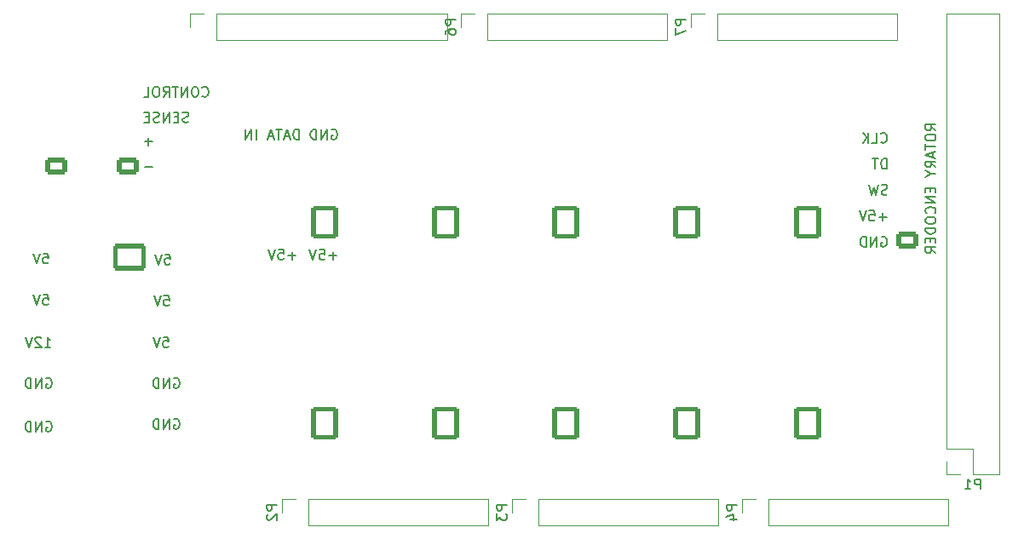
<source format=gbr>
%TF.GenerationSoftware,KiCad,Pcbnew,(6.0.9)*%
%TF.CreationDate,2023-01-09T21:16:19-09:00*%
%TF.ProjectId,ABSIS_Backlight_Controller,41425349-535f-4426-9163-6b6c69676874,rev?*%
%TF.SameCoordinates,Original*%
%TF.FileFunction,Legend,Bot*%
%TF.FilePolarity,Positive*%
%FSLAX46Y46*%
G04 Gerber Fmt 4.6, Leading zero omitted, Abs format (unit mm)*
G04 Created by KiCad (PCBNEW (6.0.9)) date 2023-01-09 21:16:19*
%MOMM*%
%LPD*%
G01*
G04 APERTURE LIST*
G04 Aperture macros list*
%AMRoundRect*
0 Rectangle with rounded corners*
0 $1 Rounding radius*
0 $2 $3 $4 $5 $6 $7 $8 $9 X,Y pos of 4 corners*
0 Add a 4 corners polygon primitive as box body*
4,1,4,$2,$3,$4,$5,$6,$7,$8,$9,$2,$3,0*
0 Add four circle primitives for the rounded corners*
1,1,$1+$1,$2,$3*
1,1,$1+$1,$4,$5*
1,1,$1+$1,$6,$7*
1,1,$1+$1,$8,$9*
0 Add four rect primitives between the rounded corners*
20,1,$1+$1,$2,$3,$4,$5,0*
20,1,$1+$1,$4,$5,$6,$7,0*
20,1,$1+$1,$6,$7,$8,$9,0*
20,1,$1+$1,$8,$9,$2,$3,0*%
G04 Aperture macros list end*
%ADD10C,0.150000*%
%ADD11C,0.120000*%
%ADD12C,4.064000*%
%ADD13C,1.500000*%
%ADD14C,3.000000*%
%ADD15RoundRect,0.250001X-1.399999X1.099999X-1.399999X-1.099999X1.399999X-1.099999X1.399999X1.099999X0*%
%ADD16O,3.300000X2.700000*%
%ADD17RoundRect,0.250001X1.099999X1.399999X-1.099999X1.399999X-1.099999X-1.399999X1.099999X-1.399999X0*%
%ADD18O,2.700000X3.300000*%
%ADD19RoundRect,0.249999X0.845001X-0.620001X0.845001X0.620001X-0.845001X0.620001X-0.845001X-0.620001X0*%
%ADD20O,2.190000X1.740000*%
%ADD21R,1.700000X1.700000*%
%ADD22O,1.700000X1.700000*%
G04 APERTURE END LIST*
D10*
X14860476Y24077620D02*
X15336666Y24077620D01*
X15384285Y23601429D01*
X15336666Y23649048D01*
X15241428Y23696667D01*
X15003333Y23696667D01*
X14908095Y23649048D01*
X14860476Y23601429D01*
X14812857Y23506191D01*
X14812857Y23268096D01*
X14860476Y23172858D01*
X14908095Y23125239D01*
X15003333Y23077620D01*
X15241428Y23077620D01*
X15336666Y23125239D01*
X15384285Y23172858D01*
X14527142Y24077620D02*
X14193809Y23077620D01*
X13860476Y24077620D01*
X28272857Y39607620D02*
X28272857Y40607620D01*
X28034761Y40607620D01*
X27891904Y40560000D01*
X27796666Y40464762D01*
X27749047Y40369524D01*
X27701428Y40179048D01*
X27701428Y40036191D01*
X27749047Y39845715D01*
X27796666Y39750477D01*
X27891904Y39655239D01*
X28034761Y39607620D01*
X28272857Y39607620D01*
X27320476Y39893334D02*
X26844285Y39893334D01*
X27415714Y39607620D02*
X27082380Y40607620D01*
X26749047Y39607620D01*
X26558571Y40607620D02*
X25987142Y40607620D01*
X26272857Y39607620D02*
X26272857Y40607620D01*
X25701428Y39893334D02*
X25225238Y39893334D01*
X25796666Y39607620D02*
X25463333Y40607620D01*
X25129999Y39607620D01*
X24034761Y39607620D02*
X24034761Y40607620D01*
X23558571Y39607620D02*
X23558571Y40607620D01*
X22987142Y39607620D01*
X22987142Y40607620D01*
X14960476Y28177620D02*
X15436666Y28177620D01*
X15484285Y27701429D01*
X15436666Y27749048D01*
X15341428Y27796667D01*
X15103333Y27796667D01*
X15008095Y27749048D01*
X14960476Y27701429D01*
X14912857Y27606191D01*
X14912857Y27368096D01*
X14960476Y27272858D01*
X15008095Y27225239D01*
X15103333Y27177620D01*
X15341428Y27177620D01*
X15436666Y27225239D01*
X15484285Y27272858D01*
X14627142Y28177620D02*
X14293809Y27177620D01*
X13960476Y28177620D01*
X31511904Y40560000D02*
X31607142Y40607620D01*
X31750000Y40607620D01*
X31892857Y40560000D01*
X31988095Y40464762D01*
X32035714Y40369524D01*
X32083333Y40179048D01*
X32083333Y40036191D01*
X32035714Y39845715D01*
X31988095Y39750477D01*
X31892857Y39655239D01*
X31750000Y39607620D01*
X31654761Y39607620D01*
X31511904Y39655239D01*
X31464285Y39702858D01*
X31464285Y40036191D01*
X31654761Y40036191D01*
X31035714Y39607620D02*
X31035714Y40607620D01*
X30464285Y39607620D01*
X30464285Y40607620D01*
X29988095Y39607620D02*
X29988095Y40607620D01*
X29750000Y40607620D01*
X29607142Y40560000D01*
X29511904Y40464762D01*
X29464285Y40369524D01*
X29416666Y40179048D01*
X29416666Y40036191D01*
X29464285Y39845715D01*
X29511904Y39750477D01*
X29607142Y39655239D01*
X29750000Y39607620D01*
X29988095Y39607620D01*
X18659619Y43938858D02*
X18707238Y43891239D01*
X18850095Y43843620D01*
X18945333Y43843620D01*
X19088190Y43891239D01*
X19183428Y43986477D01*
X19231047Y44081715D01*
X19278666Y44272191D01*
X19278666Y44415048D01*
X19231047Y44605524D01*
X19183428Y44700762D01*
X19088190Y44796000D01*
X18945333Y44843620D01*
X18850095Y44843620D01*
X18707238Y44796000D01*
X18659619Y44748381D01*
X18040571Y44843620D02*
X17850095Y44843620D01*
X17754857Y44796000D01*
X17659619Y44700762D01*
X17612000Y44510286D01*
X17612000Y44176953D01*
X17659619Y43986477D01*
X17754857Y43891239D01*
X17850095Y43843620D01*
X18040571Y43843620D01*
X18135809Y43891239D01*
X18231047Y43986477D01*
X18278666Y44176953D01*
X18278666Y44510286D01*
X18231047Y44700762D01*
X18135809Y44796000D01*
X18040571Y44843620D01*
X17183428Y43843620D02*
X17183428Y44843620D01*
X16612000Y43843620D01*
X16612000Y44843620D01*
X16278666Y44843620D02*
X15707238Y44843620D01*
X15992952Y43843620D02*
X15992952Y44843620D01*
X14802476Y43843620D02*
X15135809Y44319810D01*
X15373904Y43843620D02*
X15373904Y44843620D01*
X14992952Y44843620D01*
X14897714Y44796000D01*
X14850095Y44748381D01*
X14802476Y44653143D01*
X14802476Y44510286D01*
X14850095Y44415048D01*
X14897714Y44367429D01*
X14992952Y44319810D01*
X15373904Y44319810D01*
X14183428Y44843620D02*
X13992952Y44843620D01*
X13897714Y44796000D01*
X13802476Y44700762D01*
X13754857Y44510286D01*
X13754857Y44176953D01*
X13802476Y43986477D01*
X13897714Y43891239D01*
X13992952Y43843620D01*
X14183428Y43843620D01*
X14278666Y43891239D01*
X14373904Y43986477D01*
X14421523Y44176953D01*
X14421523Y44510286D01*
X14373904Y44700762D01*
X14278666Y44796000D01*
X14183428Y44843620D01*
X12850095Y43843620D02*
X13326285Y43843620D01*
X13326285Y44843620D01*
X86104286Y39362858D02*
X86151905Y39315239D01*
X86294762Y39267620D01*
X86390000Y39267620D01*
X86532857Y39315239D01*
X86628095Y39410477D01*
X86675714Y39505715D01*
X86723333Y39696191D01*
X86723333Y39839048D01*
X86675714Y40029524D01*
X86628095Y40124762D01*
X86532857Y40220000D01*
X86390000Y40267620D01*
X86294762Y40267620D01*
X86151905Y40220000D01*
X86104286Y40172381D01*
X85199524Y39267620D02*
X85675714Y39267620D01*
X85675714Y40267620D01*
X84866190Y39267620D02*
X84866190Y40267620D01*
X84294762Y39267620D02*
X84723333Y39839048D01*
X84294762Y40267620D02*
X84866190Y39696191D01*
X32035714Y28028572D02*
X31273809Y28028572D01*
X31654761Y27647620D02*
X31654761Y28409524D01*
X30321428Y28647620D02*
X30797619Y28647620D01*
X30845238Y28171429D01*
X30797619Y28219048D01*
X30702380Y28266667D01*
X30464285Y28266667D01*
X30369047Y28219048D01*
X30321428Y28171429D01*
X30273809Y28076191D01*
X30273809Y27838096D01*
X30321428Y27742858D01*
X30369047Y27695239D01*
X30464285Y27647620D01*
X30702380Y27647620D01*
X30797619Y27695239D01*
X30845238Y27742858D01*
X29988095Y28647620D02*
X29654761Y27647620D01*
X29321428Y28647620D01*
X86151904Y29890000D02*
X86247142Y29937620D01*
X86390000Y29937620D01*
X86532857Y29890000D01*
X86628095Y29794762D01*
X86675714Y29699524D01*
X86723333Y29509048D01*
X86723333Y29366191D01*
X86675714Y29175715D01*
X86628095Y29080477D01*
X86532857Y28985239D01*
X86390000Y28937620D01*
X86294761Y28937620D01*
X86151904Y28985239D01*
X86104285Y29032858D01*
X86104285Y29366191D01*
X86294761Y29366191D01*
X85675714Y28937620D02*
X85675714Y29937620D01*
X85104285Y28937620D01*
X85104285Y29937620D01*
X84628095Y28937620D02*
X84628095Y29937620D01*
X84390000Y29937620D01*
X84247142Y29890000D01*
X84151904Y29794762D01*
X84104285Y29699524D01*
X84056666Y29509048D01*
X84056666Y29366191D01*
X84104285Y29175715D01*
X84151904Y29080477D01*
X84247142Y28985239D01*
X84390000Y28937620D01*
X84628095Y28937620D01*
X86723333Y34150239D02*
X86580476Y34102620D01*
X86342381Y34102620D01*
X86247143Y34150239D01*
X86199524Y34197858D01*
X86151905Y34293096D01*
X86151905Y34388334D01*
X86199524Y34483572D01*
X86247143Y34531191D01*
X86342381Y34578810D01*
X86532857Y34626429D01*
X86628095Y34674048D01*
X86675714Y34721667D01*
X86723333Y34816905D01*
X86723333Y34912143D01*
X86675714Y35007381D01*
X86628095Y35055000D01*
X86532857Y35102620D01*
X86294762Y35102620D01*
X86151905Y35055000D01*
X85818571Y35102620D02*
X85580476Y34102620D01*
X85390000Y34816905D01*
X85199524Y34102620D01*
X84961429Y35102620D01*
X17286476Y41351239D02*
X17143619Y41303620D01*
X16905523Y41303620D01*
X16810285Y41351239D01*
X16762666Y41398858D01*
X16715047Y41494096D01*
X16715047Y41589334D01*
X16762666Y41684572D01*
X16810285Y41732191D01*
X16905523Y41779810D01*
X17096000Y41827429D01*
X17191238Y41875048D01*
X17238857Y41922667D01*
X17286476Y42017905D01*
X17286476Y42113143D01*
X17238857Y42208381D01*
X17191238Y42256000D01*
X17096000Y42303620D01*
X16857904Y42303620D01*
X16715047Y42256000D01*
X16286476Y41827429D02*
X15953142Y41827429D01*
X15810285Y41303620D02*
X16286476Y41303620D01*
X16286476Y42303620D01*
X15810285Y42303620D01*
X15381714Y41303620D02*
X15381714Y42303620D01*
X14810285Y41303620D01*
X14810285Y42303620D01*
X14381714Y41351239D02*
X14238857Y41303620D01*
X14000761Y41303620D01*
X13905523Y41351239D01*
X13857904Y41398858D01*
X13810285Y41494096D01*
X13810285Y41589334D01*
X13857904Y41684572D01*
X13905523Y41732191D01*
X14000761Y41779810D01*
X14191238Y41827429D01*
X14286476Y41875048D01*
X14334095Y41922667D01*
X14381714Y42017905D01*
X14381714Y42113143D01*
X14334095Y42208381D01*
X14286476Y42256000D01*
X14191238Y42303620D01*
X13953142Y42303620D01*
X13810285Y42256000D01*
X13381714Y41827429D02*
X13048380Y41827429D01*
X12905523Y41303620D02*
X13381714Y41303620D01*
X13381714Y42303620D01*
X12905523Y42303620D01*
X86675714Y31901072D02*
X85913809Y31901072D01*
X86294761Y31520120D02*
X86294761Y32282024D01*
X84961428Y32520120D02*
X85437619Y32520120D01*
X85485238Y32043929D01*
X85437619Y32091548D01*
X85342380Y32139167D01*
X85104285Y32139167D01*
X85009047Y32091548D01*
X84961428Y32043929D01*
X84913809Y31948691D01*
X84913809Y31710596D01*
X84961428Y31615358D01*
X85009047Y31567739D01*
X85104285Y31520120D01*
X85342380Y31520120D01*
X85437619Y31567739D01*
X85485238Y31615358D01*
X84628095Y32520120D02*
X84294761Y31520120D01*
X83961428Y32520120D01*
X86675714Y36685120D02*
X86675714Y37685120D01*
X86437618Y37685120D01*
X86294761Y37637500D01*
X86199523Y37542262D01*
X86151904Y37447024D01*
X86104285Y37256548D01*
X86104285Y37113691D01*
X86151904Y36923215D01*
X86199523Y36827977D01*
X86294761Y36732739D01*
X86437618Y36685120D01*
X86675714Y36685120D01*
X85818571Y37685120D02*
X85247142Y37685120D01*
X85532857Y36685120D02*
X85532857Y37685120D01*
X3157904Y11522000D02*
X3253142Y11569620D01*
X3396000Y11569620D01*
X3538857Y11522000D01*
X3634095Y11426762D01*
X3681714Y11331524D01*
X3729333Y11141048D01*
X3729333Y10998191D01*
X3681714Y10807715D01*
X3634095Y10712477D01*
X3538857Y10617239D01*
X3396000Y10569620D01*
X3300761Y10569620D01*
X3157904Y10617239D01*
X3110285Y10664858D01*
X3110285Y10998191D01*
X3300761Y10998191D01*
X2681714Y10569620D02*
X2681714Y11569620D01*
X2110285Y10569620D01*
X2110285Y11569620D01*
X1634095Y10569620D02*
X1634095Y11569620D01*
X1396000Y11569620D01*
X1253142Y11522000D01*
X1157904Y11426762D01*
X1110285Y11331524D01*
X1062666Y11141048D01*
X1062666Y10998191D01*
X1110285Y10807715D01*
X1157904Y10712477D01*
X1253142Y10617239D01*
X1396000Y10569620D01*
X1634095Y10569620D01*
X2860476Y28277620D02*
X3336666Y28277620D01*
X3384285Y27801429D01*
X3336666Y27849048D01*
X3241428Y27896667D01*
X3003333Y27896667D01*
X2908095Y27849048D01*
X2860476Y27801429D01*
X2812857Y27706191D01*
X2812857Y27468096D01*
X2860476Y27372858D01*
X2908095Y27325239D01*
X3003333Y27277620D01*
X3241428Y27277620D01*
X3336666Y27325239D01*
X3384285Y27372858D01*
X2527142Y28277620D02*
X2193809Y27277620D01*
X1860476Y28277620D01*
X15857904Y15840000D02*
X15953142Y15887620D01*
X16096000Y15887620D01*
X16238857Y15840000D01*
X16334095Y15744762D01*
X16381714Y15649524D01*
X16429333Y15459048D01*
X16429333Y15316191D01*
X16381714Y15125715D01*
X16334095Y15030477D01*
X16238857Y14935239D01*
X16096000Y14887620D01*
X16000761Y14887620D01*
X15857904Y14935239D01*
X15810285Y14982858D01*
X15810285Y15316191D01*
X16000761Y15316191D01*
X15381714Y14887620D02*
X15381714Y15887620D01*
X14810285Y14887620D01*
X14810285Y15887620D01*
X14334095Y14887620D02*
X14334095Y15887620D01*
X14096000Y15887620D01*
X13953142Y15840000D01*
X13857904Y15744762D01*
X13810285Y15649524D01*
X13762666Y15459048D01*
X13762666Y15316191D01*
X13810285Y15125715D01*
X13857904Y15030477D01*
X13953142Y14935239D01*
X14096000Y14887620D01*
X14334095Y14887620D01*
X3015047Y18951620D02*
X3586476Y18951620D01*
X3300761Y18951620D02*
X3300761Y19951620D01*
X3396000Y19808762D01*
X3491238Y19713524D01*
X3586476Y19665905D01*
X2634095Y19856381D02*
X2586476Y19904000D01*
X2491238Y19951620D01*
X2253142Y19951620D01*
X2157904Y19904000D01*
X2110285Y19856381D01*
X2062666Y19761143D01*
X2062666Y19665905D01*
X2110285Y19523048D01*
X2681714Y18951620D01*
X2062666Y18951620D01*
X1776952Y19951620D02*
X1443619Y18951620D01*
X1110285Y19951620D01*
X91552380Y40505715D02*
X91076190Y40839048D01*
X91552380Y41077143D02*
X90552380Y41077143D01*
X90552380Y40696191D01*
X90600000Y40600953D01*
X90647619Y40553334D01*
X90742857Y40505715D01*
X90885714Y40505715D01*
X90980952Y40553334D01*
X91028571Y40600953D01*
X91076190Y40696191D01*
X91076190Y41077143D01*
X90552380Y39886667D02*
X90552380Y39696191D01*
X90600000Y39600953D01*
X90695238Y39505715D01*
X90885714Y39458096D01*
X91219047Y39458096D01*
X91409523Y39505715D01*
X91504761Y39600953D01*
X91552380Y39696191D01*
X91552380Y39886667D01*
X91504761Y39981905D01*
X91409523Y40077143D01*
X91219047Y40124762D01*
X90885714Y40124762D01*
X90695238Y40077143D01*
X90600000Y39981905D01*
X90552380Y39886667D01*
X90552380Y39172381D02*
X90552380Y38600953D01*
X91552380Y38886667D02*
X90552380Y38886667D01*
X91266666Y38315239D02*
X91266666Y37839048D01*
X91552380Y38410477D02*
X90552380Y38077143D01*
X91552380Y37743810D01*
X91552380Y36839048D02*
X91076190Y37172381D01*
X91552380Y37410477D02*
X90552380Y37410477D01*
X90552380Y37029524D01*
X90600000Y36934286D01*
X90647619Y36886667D01*
X90742857Y36839048D01*
X90885714Y36839048D01*
X90980952Y36886667D01*
X91028571Y36934286D01*
X91076190Y37029524D01*
X91076190Y37410477D01*
X91076190Y36220000D02*
X91552380Y36220000D01*
X90552380Y36553334D02*
X91076190Y36220000D01*
X90552380Y35886667D01*
X91028571Y34791429D02*
X91028571Y34458096D01*
X91552380Y34315239D02*
X91552380Y34791429D01*
X90552380Y34791429D01*
X90552380Y34315239D01*
X91552380Y33886667D02*
X90552380Y33886667D01*
X91552380Y33315239D01*
X90552380Y33315239D01*
X91457142Y32267620D02*
X91504761Y32315239D01*
X91552380Y32458096D01*
X91552380Y32553334D01*
X91504761Y32696191D01*
X91409523Y32791429D01*
X91314285Y32839048D01*
X91123809Y32886667D01*
X90980952Y32886667D01*
X90790476Y32839048D01*
X90695238Y32791429D01*
X90600000Y32696191D01*
X90552380Y32553334D01*
X90552380Y32458096D01*
X90600000Y32315239D01*
X90647619Y32267620D01*
X90552380Y31648572D02*
X90552380Y31458096D01*
X90600000Y31362858D01*
X90695238Y31267620D01*
X90885714Y31220000D01*
X91219047Y31220000D01*
X91409523Y31267620D01*
X91504761Y31362858D01*
X91552380Y31458096D01*
X91552380Y31648572D01*
X91504761Y31743810D01*
X91409523Y31839048D01*
X91219047Y31886667D01*
X90885714Y31886667D01*
X90695238Y31839048D01*
X90600000Y31743810D01*
X90552380Y31648572D01*
X91552380Y30791429D02*
X90552380Y30791429D01*
X90552380Y30553334D01*
X90600000Y30410477D01*
X90695238Y30315239D01*
X90790476Y30267620D01*
X90980952Y30220000D01*
X91123809Y30220000D01*
X91314285Y30267620D01*
X91409523Y30315239D01*
X91504761Y30410477D01*
X91552380Y30553334D01*
X91552380Y30791429D01*
X91028571Y29791429D02*
X91028571Y29458096D01*
X91552380Y29315239D02*
X91552380Y29791429D01*
X90552380Y29791429D01*
X90552380Y29315239D01*
X91552380Y28315239D02*
X91076190Y28648572D01*
X91552380Y28886667D02*
X90552380Y28886667D01*
X90552380Y28505715D01*
X90600000Y28410477D01*
X90647619Y28362858D01*
X90742857Y28315239D01*
X90885714Y28315239D01*
X90980952Y28362858D01*
X91028571Y28410477D01*
X91076190Y28505715D01*
X91076190Y28886667D01*
X14778476Y19951620D02*
X15254666Y19951620D01*
X15302285Y19475429D01*
X15254666Y19523048D01*
X15159428Y19570667D01*
X14921333Y19570667D01*
X14826095Y19523048D01*
X14778476Y19475429D01*
X14730857Y19380191D01*
X14730857Y19142096D01*
X14778476Y19046858D01*
X14826095Y18999239D01*
X14921333Y18951620D01*
X15159428Y18951620D01*
X15254666Y18999239D01*
X15302285Y19046858D01*
X14445142Y19951620D02*
X14111809Y18951620D01*
X13778476Y19951620D01*
X2860476Y24177620D02*
X3336666Y24177620D01*
X3384285Y23701429D01*
X3336666Y23749048D01*
X3241428Y23796667D01*
X3003333Y23796667D01*
X2908095Y23749048D01*
X2860476Y23701429D01*
X2812857Y23606191D01*
X2812857Y23368096D01*
X2860476Y23272858D01*
X2908095Y23225239D01*
X3003333Y23177620D01*
X3241428Y23177620D01*
X3336666Y23225239D01*
X3384285Y23272858D01*
X2527142Y24177620D02*
X2193809Y23177620D01*
X1860476Y24177620D01*
X13698952Y36858572D02*
X12937047Y36858572D01*
X13698952Y39398572D02*
X12937047Y39398572D01*
X13318000Y39017620D02*
X13318000Y39779524D01*
X3157904Y15840000D02*
X3253142Y15887620D01*
X3396000Y15887620D01*
X3538857Y15840000D01*
X3634095Y15744762D01*
X3681714Y15649524D01*
X3729333Y15459048D01*
X3729333Y15316191D01*
X3681714Y15125715D01*
X3634095Y15030477D01*
X3538857Y14935239D01*
X3396000Y14887620D01*
X3300761Y14887620D01*
X3157904Y14935239D01*
X3110285Y14982858D01*
X3110285Y15316191D01*
X3300761Y15316191D01*
X2681714Y14887620D02*
X2681714Y15887620D01*
X2110285Y14887620D01*
X2110285Y15887620D01*
X1634095Y14887620D02*
X1634095Y15887620D01*
X1396000Y15887620D01*
X1253142Y15840000D01*
X1157904Y15744762D01*
X1110285Y15649524D01*
X1062666Y15459048D01*
X1062666Y15316191D01*
X1110285Y15125715D01*
X1157904Y15030477D01*
X1253142Y14935239D01*
X1396000Y14887620D01*
X1634095Y14887620D01*
X15857904Y11776000D02*
X15953142Y11823620D01*
X16096000Y11823620D01*
X16238857Y11776000D01*
X16334095Y11680762D01*
X16381714Y11585524D01*
X16429333Y11395048D01*
X16429333Y11252191D01*
X16381714Y11061715D01*
X16334095Y10966477D01*
X16238857Y10871239D01*
X16096000Y10823620D01*
X16000761Y10823620D01*
X15857904Y10871239D01*
X15810285Y10918858D01*
X15810285Y11252191D01*
X16000761Y11252191D01*
X15381714Y10823620D02*
X15381714Y11823620D01*
X14810285Y10823620D01*
X14810285Y11823620D01*
X14334095Y10823620D02*
X14334095Y11823620D01*
X14096000Y11823620D01*
X13953142Y11776000D01*
X13857904Y11680762D01*
X13810285Y11585524D01*
X13762666Y11395048D01*
X13762666Y11252191D01*
X13810285Y11061715D01*
X13857904Y10966477D01*
X13953142Y10871239D01*
X14096000Y10823620D01*
X14334095Y10823620D01*
X27955714Y28058572D02*
X27193809Y28058572D01*
X27574761Y27677620D02*
X27574761Y28439524D01*
X26241428Y28677620D02*
X26717619Y28677620D01*
X26765238Y28201429D01*
X26717619Y28249048D01*
X26622380Y28296667D01*
X26384285Y28296667D01*
X26289047Y28249048D01*
X26241428Y28201429D01*
X26193809Y28106191D01*
X26193809Y27868096D01*
X26241428Y27772858D01*
X26289047Y27725239D01*
X26384285Y27677620D01*
X26622380Y27677620D01*
X26717619Y27725239D01*
X26765238Y27772858D01*
X25908095Y28677620D02*
X25574761Y27677620D01*
X25241428Y28677620D01*
%TO.C,P1*%
X95988095Y4837620D02*
X95988095Y5837620D01*
X95607142Y5837620D01*
X95511904Y5790000D01*
X95464285Y5742381D01*
X95416666Y5647143D01*
X95416666Y5504286D01*
X95464285Y5409048D01*
X95511904Y5361429D01*
X95607142Y5313810D01*
X95988095Y5313810D01*
X94464285Y4837620D02*
X95035714Y4837620D01*
X94750000Y4837620D02*
X94750000Y5837620D01*
X94845238Y5694762D01*
X94940476Y5599524D01*
X95035714Y5551905D01*
%TO.C,P2*%
X26062380Y3278096D02*
X25062380Y3278096D01*
X25062380Y2897143D01*
X25110000Y2801905D01*
X25157619Y2754286D01*
X25252857Y2706667D01*
X25395714Y2706667D01*
X25490952Y2754286D01*
X25538571Y2801905D01*
X25586190Y2897143D01*
X25586190Y3278096D01*
X25157619Y2325715D02*
X25110000Y2278096D01*
X25062380Y2182858D01*
X25062380Y1944762D01*
X25110000Y1849524D01*
X25157619Y1801905D01*
X25252857Y1754286D01*
X25348095Y1754286D01*
X25490952Y1801905D01*
X26062380Y2373334D01*
X26062380Y1754286D01*
%TO.C,P3*%
X48922380Y3278096D02*
X47922380Y3278096D01*
X47922380Y2897143D01*
X47970000Y2801905D01*
X48017619Y2754286D01*
X48112857Y2706667D01*
X48255714Y2706667D01*
X48350952Y2754286D01*
X48398571Y2801905D01*
X48446190Y2897143D01*
X48446190Y3278096D01*
X47922380Y2373334D02*
X47922380Y1754286D01*
X48303333Y2087620D01*
X48303333Y1944762D01*
X48350952Y1849524D01*
X48398571Y1801905D01*
X48493809Y1754286D01*
X48731904Y1754286D01*
X48827142Y1801905D01*
X48874761Y1849524D01*
X48922380Y1944762D01*
X48922380Y2230477D01*
X48874761Y2325715D01*
X48827142Y2373334D01*
%TO.C,P4*%
X71782380Y3278096D02*
X70782380Y3278096D01*
X70782380Y2897143D01*
X70830000Y2801905D01*
X70877619Y2754286D01*
X70972857Y2706667D01*
X71115714Y2706667D01*
X71210952Y2754286D01*
X71258571Y2801905D01*
X71306190Y2897143D01*
X71306190Y3278096D01*
X71115714Y1849524D02*
X71782380Y1849524D01*
X70734761Y2087620D02*
X71449047Y2325715D01*
X71449047Y1706667D01*
%TO.C,P5*%
X16918380Y51538096D02*
X15918380Y51538096D01*
X15918380Y51157143D01*
X15966000Y51061905D01*
X16013619Y51014286D01*
X16108857Y50966667D01*
X16251714Y50966667D01*
X16346952Y51014286D01*
X16394571Y51061905D01*
X16442190Y51157143D01*
X16442190Y51538096D01*
X15918380Y50061905D02*
X15918380Y50538096D01*
X16394571Y50585715D01*
X16346952Y50538096D01*
X16299333Y50442858D01*
X16299333Y50204762D01*
X16346952Y50109524D01*
X16394571Y50061905D01*
X16489809Y50014286D01*
X16727904Y50014286D01*
X16823142Y50061905D01*
X16870761Y50109524D01*
X16918380Y50204762D01*
X16918380Y50442858D01*
X16870761Y50538096D01*
X16823142Y50585715D01*
%TO.C,P6*%
X43842380Y51538096D02*
X42842380Y51538096D01*
X42842380Y51157143D01*
X42890000Y51061905D01*
X42937619Y51014286D01*
X43032857Y50966667D01*
X43175714Y50966667D01*
X43270952Y51014286D01*
X43318571Y51061905D01*
X43366190Y51157143D01*
X43366190Y51538096D01*
X42842380Y50109524D02*
X42842380Y50300000D01*
X42890000Y50395239D01*
X42937619Y50442858D01*
X43080476Y50538096D01*
X43270952Y50585715D01*
X43651904Y50585715D01*
X43747142Y50538096D01*
X43794761Y50490477D01*
X43842380Y50395239D01*
X43842380Y50204762D01*
X43794761Y50109524D01*
X43747142Y50061905D01*
X43651904Y50014286D01*
X43413809Y50014286D01*
X43318571Y50061905D01*
X43270952Y50109524D01*
X43223333Y50204762D01*
X43223333Y50395239D01*
X43270952Y50490477D01*
X43318571Y50538096D01*
X43413809Y50585715D01*
%TO.C,P7*%
X66702380Y51538096D02*
X65702380Y51538096D01*
X65702380Y51157143D01*
X65750000Y51061905D01*
X65797619Y51014286D01*
X65892857Y50966667D01*
X66035714Y50966667D01*
X66130952Y51014286D01*
X66178571Y51061905D01*
X66226190Y51157143D01*
X66226190Y51538096D01*
X65702380Y50633334D02*
X65702380Y49966667D01*
X66702380Y50395239D01*
D11*
%TO.C,P1*%
X92650000Y8890000D02*
X95250000Y8890000D01*
X97850000Y6290000D02*
X97850000Y52130000D01*
X92650000Y7620000D02*
X92650000Y6290000D01*
X95250000Y8890000D02*
X95250000Y6290000D01*
X92650000Y6290000D02*
X93980000Y6290000D01*
X95250000Y6290000D02*
X97850000Y6290000D01*
X92650000Y8890000D02*
X92650000Y52130000D01*
X92650000Y52130000D02*
X97850000Y52130000D01*
%TO.C,P2*%
X26610000Y3870000D02*
X26610000Y2540000D01*
X29210000Y3870000D02*
X47050000Y3870000D01*
X29210000Y1210000D02*
X47050000Y1210000D01*
X29210000Y3870000D02*
X29210000Y1210000D01*
X47050000Y3870000D02*
X47050000Y1210000D01*
X27940000Y3870000D02*
X26610000Y3870000D01*
%TO.C,P3*%
X69910000Y3870000D02*
X69910000Y1210000D01*
X52070000Y1210000D02*
X69910000Y1210000D01*
X52070000Y3870000D02*
X52070000Y1210000D01*
X49470000Y3870000D02*
X49470000Y2540000D01*
X52070000Y3870000D02*
X69910000Y3870000D01*
X50800000Y3870000D02*
X49470000Y3870000D01*
%TO.C,P4*%
X92770000Y3870000D02*
X92770000Y1210000D01*
X73660000Y3870000D02*
X72330000Y3870000D01*
X72330000Y3870000D02*
X72330000Y2540000D01*
X74930000Y1210000D02*
X92770000Y1210000D01*
X74930000Y3870000D02*
X92770000Y3870000D01*
X74930000Y3870000D02*
X74930000Y1210000D01*
%TO.C,P5*%
X42986000Y52130000D02*
X42986000Y49470000D01*
X20066000Y49470000D02*
X42986000Y49470000D01*
X17466000Y52130000D02*
X17466000Y50800000D01*
X20066000Y52130000D02*
X20066000Y49470000D01*
X18796000Y52130000D02*
X17466000Y52130000D01*
X20066000Y52130000D02*
X42986000Y52130000D01*
%TO.C,P6*%
X64830000Y52130000D02*
X64830000Y49470000D01*
X46990000Y52130000D02*
X46990000Y49470000D01*
X46990000Y52130000D02*
X64830000Y52130000D01*
X44390000Y52130000D02*
X44390000Y50800000D01*
X46990000Y49470000D02*
X64830000Y49470000D01*
X45720000Y52130000D02*
X44390000Y52130000D01*
%TO.C,P7*%
X69850000Y52130000D02*
X87690000Y52130000D01*
X67250000Y52130000D02*
X67250000Y50800000D01*
X68580000Y52130000D02*
X67250000Y52130000D01*
X69850000Y49470000D02*
X87690000Y49470000D01*
X87690000Y52130000D02*
X87690000Y49470000D01*
X69850000Y52130000D02*
X69850000Y49470000D01*
%TD*%
%LPC*%
D12*
%TO.C,MK3*%
X96520000Y2540000D03*
%TD*%
%TO.C,MK4*%
X15240000Y50800000D03*
%TD*%
%TO.C,MK6*%
X90170000Y50800000D03*
%TD*%
D13*
%TO.C,TP1*%
X10524000Y5688000D03*
%TD*%
%TO.C,TP2*%
X17336000Y19494000D03*
%TD*%
%TO.C,TP4*%
X17399000Y15304000D03*
%TD*%
%TO.C,TP11*%
X45720000Y47498000D03*
%TD*%
D14*
%TO.C,J1*%
X6390000Y6440000D03*
X6390000Y32640000D03*
D15*
X11430000Y27940000D03*
D16*
X11430000Y23740000D03*
X11430000Y19540000D03*
X11430000Y15340000D03*
X11430000Y11140000D03*
X5930000Y27940000D03*
X5930000Y23740000D03*
X5930000Y19540000D03*
X5930000Y15340000D03*
X5930000Y11140000D03*
%TD*%
D17*
%TO.C,J3*%
X42820000Y31360000D03*
D18*
X38620000Y31360000D03*
X42820000Y36860000D03*
X38620000Y36860000D03*
%TD*%
D17*
%TO.C,J4*%
X54820000Y31360000D03*
D18*
X50620000Y31360000D03*
X54820000Y36860000D03*
X50620000Y36860000D03*
%TD*%
D17*
%TO.C,J5*%
X66820000Y31360000D03*
D18*
X62620000Y31360000D03*
X66820000Y36860000D03*
X62620000Y36860000D03*
%TD*%
D17*
%TO.C,J6*%
X78820000Y31360000D03*
D18*
X74620000Y31360000D03*
X78820000Y36860000D03*
X74620000Y36860000D03*
%TD*%
D17*
%TO.C,J7*%
X30820000Y11360000D03*
D18*
X26620000Y11360000D03*
X30820000Y16860000D03*
X26620000Y16860000D03*
%TD*%
D17*
%TO.C,J8*%
X42820000Y11360000D03*
D18*
X38620000Y11360000D03*
X42820000Y16860000D03*
X38620000Y16860000D03*
%TD*%
D17*
%TO.C,J9*%
X54820000Y11360000D03*
D18*
X50620000Y11360000D03*
X54820000Y16860000D03*
X50620000Y16860000D03*
%TD*%
D17*
%TO.C,J10*%
X66820000Y11360000D03*
D18*
X62620000Y11360000D03*
X66820000Y16860000D03*
X62620000Y16860000D03*
%TD*%
D17*
%TO.C,J11*%
X78820000Y11360000D03*
D18*
X74620000Y11360000D03*
X78820000Y16860000D03*
X74620000Y16860000D03*
%TD*%
D13*
%TO.C,TP6*%
X31496000Y47498000D03*
%TD*%
%TO.C,TP5*%
X28956000Y47498000D03*
%TD*%
%TO.C,TP12*%
X48260000Y47498000D03*
%TD*%
%TO.C,TP10*%
X41656000Y47498000D03*
%TD*%
%TO.C,TP9*%
X39116000Y47498000D03*
%TD*%
%TO.C,TP13*%
X50800000Y47498000D03*
%TD*%
%TO.C,TP8*%
X36576000Y47498000D03*
%TD*%
%TO.C,TP14*%
X53340000Y47498000D03*
%TD*%
%TO.C,TP7*%
X34036000Y47498000D03*
%TD*%
D17*
%TO.C,J2*%
X30820000Y31360000D03*
D18*
X26620000Y31360000D03*
X30820000Y36860000D03*
X26620000Y36860000D03*
%TD*%
D19*
%TO.C,J12*%
X4174000Y36930000D03*
D20*
X4174000Y39470000D03*
X4174000Y42010000D03*
X4174000Y44550000D03*
%TD*%
D19*
%TO.C,J13*%
X11286000Y36930000D03*
D20*
X11286000Y39470000D03*
X11286000Y42010000D03*
X11286000Y44550000D03*
%TD*%
D21*
%TO.C,J16*%
X10016000Y48360000D03*
D22*
X7476000Y48360000D03*
X4936000Y48360000D03*
%TD*%
D19*
%TO.C,J14*%
X88770000Y29560000D03*
D20*
X88770000Y32100000D03*
X88770000Y34640000D03*
X88770000Y37180000D03*
X88770000Y39720000D03*
%TD*%
D21*
%TO.C,P1*%
X93980000Y7620000D03*
D22*
X96520000Y7620000D03*
X93980000Y10160000D03*
X96520000Y10160000D03*
X93980000Y12700000D03*
X96520000Y12700000D03*
X93980000Y15240000D03*
X96520000Y15240000D03*
X93980000Y17780000D03*
X96520000Y17780000D03*
X93980000Y20320000D03*
X96520000Y20320000D03*
X93980000Y22860000D03*
X96520000Y22860000D03*
X93980000Y25400000D03*
X96520000Y25400000D03*
X93980000Y27940000D03*
X96520000Y27940000D03*
X93980000Y30480000D03*
X96520000Y30480000D03*
X93980000Y33020000D03*
X96520000Y33020000D03*
X93980000Y35560000D03*
X96520000Y35560000D03*
X93980000Y38100000D03*
X96520000Y38100000D03*
X93980000Y40640000D03*
X96520000Y40640000D03*
X93980000Y43180000D03*
X96520000Y43180000D03*
X93980000Y45720000D03*
X96520000Y45720000D03*
X93980000Y48260000D03*
X96520000Y48260000D03*
X93980000Y50800000D03*
X96520000Y50800000D03*
%TD*%
D21*
%TO.C,P2*%
X27940000Y2540000D03*
D22*
X30480000Y2540000D03*
X33020000Y2540000D03*
X35560000Y2540000D03*
X38100000Y2540000D03*
X40640000Y2540000D03*
X43180000Y2540000D03*
X45720000Y2540000D03*
%TD*%
D21*
%TO.C,P3*%
X50800000Y2540000D03*
D22*
X53340000Y2540000D03*
X55880000Y2540000D03*
X58420000Y2540000D03*
X60960000Y2540000D03*
X63500000Y2540000D03*
X66040000Y2540000D03*
X68580000Y2540000D03*
%TD*%
D21*
%TO.C,P4*%
X73660000Y2540000D03*
D22*
X76200000Y2540000D03*
X78740000Y2540000D03*
X81280000Y2540000D03*
X83820000Y2540000D03*
X86360000Y2540000D03*
X88900000Y2540000D03*
X91440000Y2540000D03*
%TD*%
D21*
%TO.C,P5*%
X18796000Y50800000D03*
D22*
X21336000Y50800000D03*
X23876000Y50800000D03*
X26416000Y50800000D03*
X28956000Y50800000D03*
X31496000Y50800000D03*
X34036000Y50800000D03*
X36576000Y50800000D03*
X39116000Y50800000D03*
X41656000Y50800000D03*
%TD*%
D21*
%TO.C,P6*%
X45720000Y50800000D03*
D22*
X48260000Y50800000D03*
X50800000Y50800000D03*
X53340000Y50800000D03*
X55880000Y50800000D03*
X58420000Y50800000D03*
X60960000Y50800000D03*
X63500000Y50800000D03*
%TD*%
D21*
%TO.C,P7*%
X68580000Y50800000D03*
D22*
X71120000Y50800000D03*
X73660000Y50800000D03*
X76200000Y50800000D03*
X78740000Y50800000D03*
X81280000Y50800000D03*
X83820000Y50800000D03*
X86360000Y50800000D03*
%TD*%
M02*

</source>
